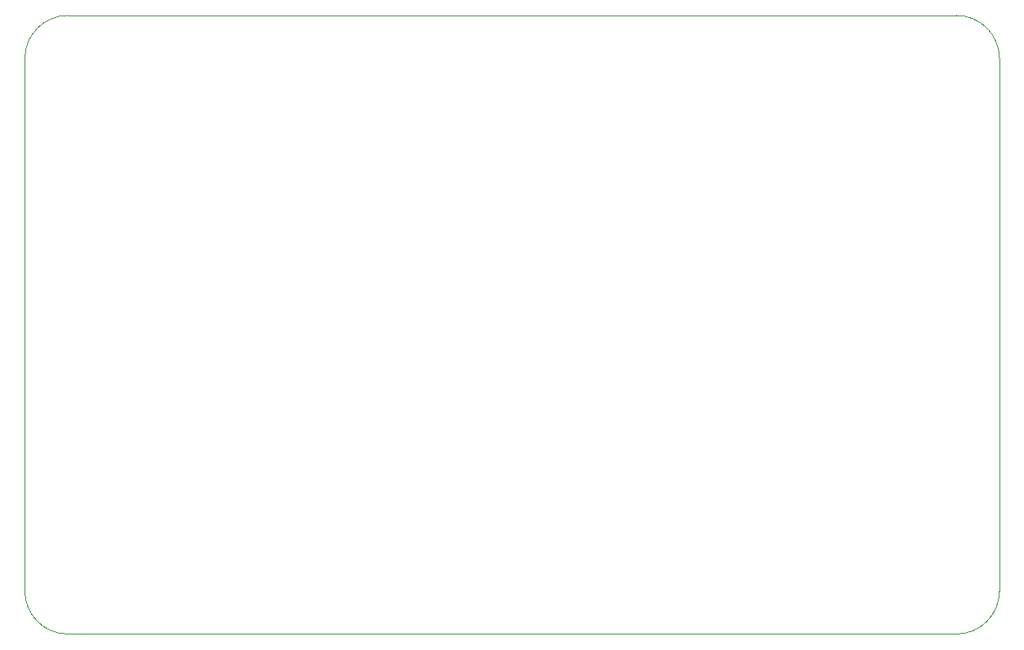
<source format=gbr>
%TF.GenerationSoftware,KiCad,Pcbnew,7.0.6-0*%
%TF.CreationDate,2023-12-11T21:05:53+00:00*%
%TF.ProjectId,Bitko clock,4269746b-6f20-4636-9c6f-636b2e6b6963,rev?*%
%TF.SameCoordinates,Original*%
%TF.FileFunction,Profile,NP*%
%FSLAX46Y46*%
G04 Gerber Fmt 4.6, Leading zero omitted, Abs format (unit mm)*
G04 Created by KiCad (PCBNEW 7.0.6-0) date 2023-12-11 21:05:53*
%MOMM*%
%LPD*%
G01*
G04 APERTURE LIST*
%TA.AperFunction,Profile*%
%ADD10C,0.100000*%
%TD*%
G04 APERTURE END LIST*
D10*
X23495000Y-37465000D02*
X23495000Y-92710000D01*
X27940000Y-97155000D02*
X120015000Y-97155000D01*
X23495000Y-92710000D02*
G75*
G03*
X27940000Y-97155000I4445000J0D01*
G01*
X120015000Y-33020000D02*
X27940000Y-33020000D01*
X120015000Y-97155000D02*
G75*
G03*
X124460000Y-92710000I0J4445000D01*
G01*
X124460000Y-92710000D02*
X124460000Y-37465000D01*
X124460000Y-37465000D02*
G75*
G03*
X120015000Y-33020000I-4445000J0D01*
G01*
X27940000Y-33020000D02*
G75*
G03*
X23495000Y-37465000I0J-4445000D01*
G01*
M02*

</source>
